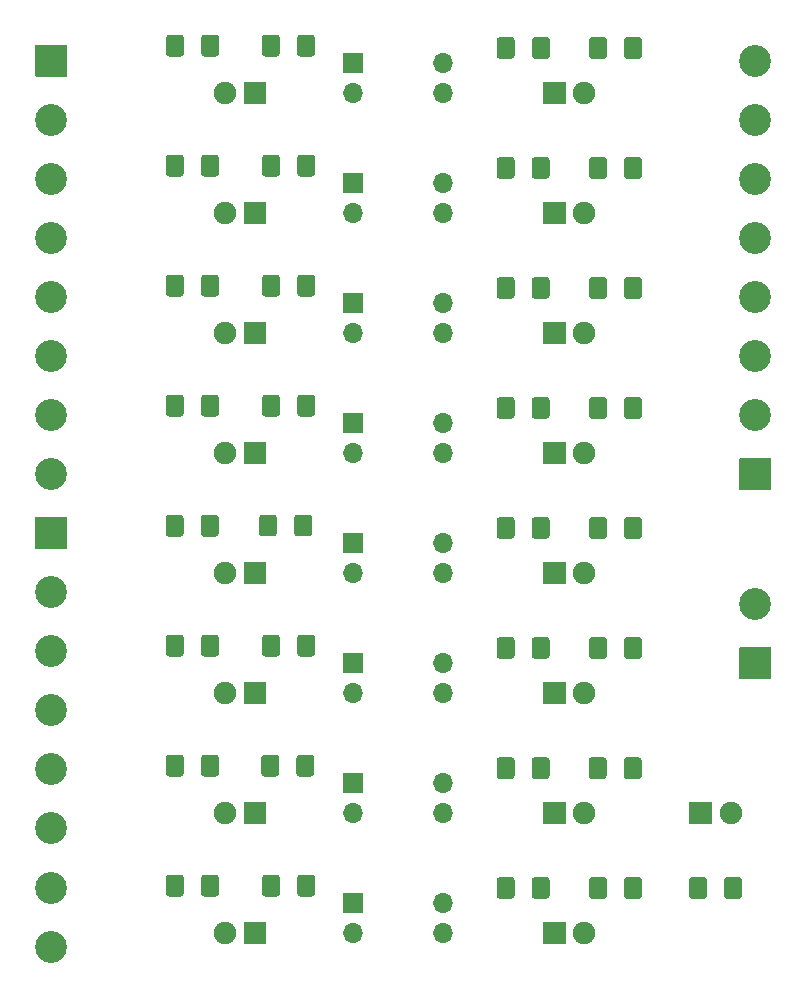
<source format=gbr>
%TF.GenerationSoftware,KiCad,Pcbnew,(5.1.7)-1*%
%TF.CreationDate,2020-10-26T19:11:08+02:00*%
%TF.ProjectId,Opto-Board,4f70746f-2d42-46f6-9172-642e6b696361,rev?*%
%TF.SameCoordinates,Original*%
%TF.FileFunction,Soldermask,Top*%
%TF.FilePolarity,Negative*%
%FSLAX46Y46*%
G04 Gerber Fmt 4.6, Leading zero omitted, Abs format (unit mm)*
G04 Created by KiCad (PCBNEW (5.1.7)-1) date 2020-10-26 19:11:08*
%MOMM*%
%LPD*%
G01*
G04 APERTURE LIST*
%ADD10C,1.900000*%
%ADD11O,1.700000X1.700000*%
%ADD12C,2.700000*%
G04 APERTURE END LIST*
D10*
%TO.C,D1*%
X115316000Y-138684000D03*
G36*
G01*
X111826000Y-139584000D02*
X111826000Y-137784000D01*
G75*
G02*
X111876000Y-137734000I50000J0D01*
G01*
X113676000Y-137734000D01*
G75*
G02*
X113726000Y-137784000I0J-50000D01*
G01*
X113726000Y-139584000D01*
G75*
G02*
X113676000Y-139634000I-50000J0D01*
G01*
X111876000Y-139634000D01*
G75*
G02*
X111826000Y-139584000I0J50000D01*
G01*
G37*
%TD*%
%TO.C,D2*%
G36*
G01*
X76007000Y-147944000D02*
X76007000Y-149744000D01*
G75*
G02*
X75957000Y-149794000I-50000J0D01*
G01*
X74157000Y-149794000D01*
G75*
G02*
X74107000Y-149744000I0J50000D01*
G01*
X74107000Y-147944000D01*
G75*
G02*
X74157000Y-147894000I50000J0D01*
G01*
X75957000Y-147894000D01*
G75*
G02*
X76007000Y-147944000I0J-50000D01*
G01*
G37*
X72517000Y-148844000D03*
%TD*%
%TO.C,D3*%
X72517000Y-108204000D03*
G36*
G01*
X76007000Y-107304000D02*
X76007000Y-109104000D01*
G75*
G02*
X75957000Y-109154000I-50000J0D01*
G01*
X74157000Y-109154000D01*
G75*
G02*
X74107000Y-109104000I0J50000D01*
G01*
X74107000Y-107304000D01*
G75*
G02*
X74157000Y-107254000I50000J0D01*
G01*
X75957000Y-107254000D01*
G75*
G02*
X76007000Y-107304000I0J-50000D01*
G01*
G37*
%TD*%
%TO.C,D4*%
G36*
G01*
X99443500Y-149744000D02*
X99443500Y-147944000D01*
G75*
G02*
X99493500Y-147894000I50000J0D01*
G01*
X101293500Y-147894000D01*
G75*
G02*
X101343500Y-147944000I0J-50000D01*
G01*
X101343500Y-149744000D01*
G75*
G02*
X101293500Y-149794000I-50000J0D01*
G01*
X99493500Y-149794000D01*
G75*
G02*
X99443500Y-149744000I0J50000D01*
G01*
G37*
X102933500Y-148844000D03*
%TD*%
%TO.C,D5*%
G36*
G01*
X99443500Y-109104000D02*
X99443500Y-107304000D01*
G75*
G02*
X99493500Y-107254000I50000J0D01*
G01*
X101293500Y-107254000D01*
G75*
G02*
X101343500Y-107304000I0J-50000D01*
G01*
X101343500Y-109104000D01*
G75*
G02*
X101293500Y-109154000I-50000J0D01*
G01*
X99493500Y-109154000D01*
G75*
G02*
X99443500Y-109104000I0J50000D01*
G01*
G37*
X102933500Y-108204000D03*
%TD*%
%TO.C,D6*%
X72517000Y-138684000D03*
G36*
G01*
X76007000Y-137784000D02*
X76007000Y-139584000D01*
G75*
G02*
X75957000Y-139634000I-50000J0D01*
G01*
X74157000Y-139634000D01*
G75*
G02*
X74107000Y-139584000I0J50000D01*
G01*
X74107000Y-137784000D01*
G75*
G02*
X74157000Y-137734000I50000J0D01*
G01*
X75957000Y-137734000D01*
G75*
G02*
X76007000Y-137784000I0J-50000D01*
G01*
G37*
%TD*%
%TO.C,D7*%
G36*
G01*
X76007000Y-97144000D02*
X76007000Y-98944000D01*
G75*
G02*
X75957000Y-98994000I-50000J0D01*
G01*
X74157000Y-98994000D01*
G75*
G02*
X74107000Y-98944000I0J50000D01*
G01*
X74107000Y-97144000D01*
G75*
G02*
X74157000Y-97094000I50000J0D01*
G01*
X75957000Y-97094000D01*
G75*
G02*
X76007000Y-97144000I0J-50000D01*
G01*
G37*
X72517000Y-98044000D03*
%TD*%
%TO.C,D8*%
X102933500Y-138684000D03*
G36*
G01*
X99443500Y-139584000D02*
X99443500Y-137784000D01*
G75*
G02*
X99493500Y-137734000I50000J0D01*
G01*
X101293500Y-137734000D01*
G75*
G02*
X101343500Y-137784000I0J-50000D01*
G01*
X101343500Y-139584000D01*
G75*
G02*
X101293500Y-139634000I-50000J0D01*
G01*
X99493500Y-139634000D01*
G75*
G02*
X99443500Y-139584000I0J50000D01*
G01*
G37*
%TD*%
%TO.C,D9*%
G36*
G01*
X99443500Y-98944000D02*
X99443500Y-97144000D01*
G75*
G02*
X99493500Y-97094000I50000J0D01*
G01*
X101293500Y-97094000D01*
G75*
G02*
X101343500Y-97144000I0J-50000D01*
G01*
X101343500Y-98944000D01*
G75*
G02*
X101293500Y-98994000I-50000J0D01*
G01*
X99493500Y-98994000D01*
G75*
G02*
X99443500Y-98944000I0J50000D01*
G01*
G37*
X102933500Y-98044000D03*
%TD*%
%TO.C,D10*%
G36*
G01*
X76007000Y-127624000D02*
X76007000Y-129424000D01*
G75*
G02*
X75957000Y-129474000I-50000J0D01*
G01*
X74157000Y-129474000D01*
G75*
G02*
X74107000Y-129424000I0J50000D01*
G01*
X74107000Y-127624000D01*
G75*
G02*
X74157000Y-127574000I50000J0D01*
G01*
X75957000Y-127574000D01*
G75*
G02*
X76007000Y-127624000I0J-50000D01*
G01*
G37*
X72517000Y-128524000D03*
%TD*%
%TO.C,D11*%
G36*
G01*
X76007000Y-86984000D02*
X76007000Y-88784000D01*
G75*
G02*
X75957000Y-88834000I-50000J0D01*
G01*
X74157000Y-88834000D01*
G75*
G02*
X74107000Y-88784000I0J50000D01*
G01*
X74107000Y-86984000D01*
G75*
G02*
X74157000Y-86934000I50000J0D01*
G01*
X75957000Y-86934000D01*
G75*
G02*
X76007000Y-86984000I0J-50000D01*
G01*
G37*
X72517000Y-87884000D03*
%TD*%
%TO.C,D12*%
X102933500Y-128524000D03*
G36*
G01*
X99443500Y-129424000D02*
X99443500Y-127624000D01*
G75*
G02*
X99493500Y-127574000I50000J0D01*
G01*
X101293500Y-127574000D01*
G75*
G02*
X101343500Y-127624000I0J-50000D01*
G01*
X101343500Y-129424000D01*
G75*
G02*
X101293500Y-129474000I-50000J0D01*
G01*
X99493500Y-129474000D01*
G75*
G02*
X99443500Y-129424000I0J50000D01*
G01*
G37*
%TD*%
%TO.C,D13*%
G36*
G01*
X99443500Y-88784000D02*
X99443500Y-86984000D01*
G75*
G02*
X99493500Y-86934000I50000J0D01*
G01*
X101293500Y-86934000D01*
G75*
G02*
X101343500Y-86984000I0J-50000D01*
G01*
X101343500Y-88784000D01*
G75*
G02*
X101293500Y-88834000I-50000J0D01*
G01*
X99493500Y-88834000D01*
G75*
G02*
X99443500Y-88784000I0J50000D01*
G01*
G37*
X102933500Y-87884000D03*
%TD*%
%TO.C,D14*%
G36*
G01*
X76007000Y-117464000D02*
X76007000Y-119264000D01*
G75*
G02*
X75957000Y-119314000I-50000J0D01*
G01*
X74157000Y-119314000D01*
G75*
G02*
X74107000Y-119264000I0J50000D01*
G01*
X74107000Y-117464000D01*
G75*
G02*
X74157000Y-117414000I50000J0D01*
G01*
X75957000Y-117414000D01*
G75*
G02*
X76007000Y-117464000I0J-50000D01*
G01*
G37*
X72517000Y-118364000D03*
%TD*%
%TO.C,D15*%
X72517000Y-77724000D03*
G36*
G01*
X76007000Y-76824000D02*
X76007000Y-78624000D01*
G75*
G02*
X75957000Y-78674000I-50000J0D01*
G01*
X74157000Y-78674000D01*
G75*
G02*
X74107000Y-78624000I0J50000D01*
G01*
X74107000Y-76824000D01*
G75*
G02*
X74157000Y-76774000I50000J0D01*
G01*
X75957000Y-76774000D01*
G75*
G02*
X76007000Y-76824000I0J-50000D01*
G01*
G37*
%TD*%
%TO.C,D16*%
X102933500Y-118364000D03*
G36*
G01*
X99443500Y-119264000D02*
X99443500Y-117464000D01*
G75*
G02*
X99493500Y-117414000I50000J0D01*
G01*
X101293500Y-117414000D01*
G75*
G02*
X101343500Y-117464000I0J-50000D01*
G01*
X101343500Y-119264000D01*
G75*
G02*
X101293500Y-119314000I-50000J0D01*
G01*
X99493500Y-119314000D01*
G75*
G02*
X99443500Y-119264000I0J50000D01*
G01*
G37*
%TD*%
%TO.C,D17*%
X102933500Y-77724000D03*
G36*
G01*
X99443500Y-78624000D02*
X99443500Y-76824000D01*
G75*
G02*
X99493500Y-76774000I50000J0D01*
G01*
X101293500Y-76774000D01*
G75*
G02*
X101343500Y-76824000I0J-50000D01*
G01*
X101343500Y-78624000D01*
G75*
G02*
X101293500Y-78674000I-50000J0D01*
G01*
X99493500Y-78674000D01*
G75*
G02*
X99443500Y-78624000I0J50000D01*
G01*
G37*
%TD*%
%TO.C,R1*%
G36*
G01*
X116284900Y-144376543D02*
X116284900Y-145691457D01*
G75*
G02*
X116017357Y-145959000I-267543J0D01*
G01*
X115027443Y-145959000D01*
G75*
G02*
X114759900Y-145691457I0J267543D01*
G01*
X114759900Y-144376543D01*
G75*
G02*
X115027443Y-144109000I267543J0D01*
G01*
X116017357Y-144109000D01*
G75*
G02*
X116284900Y-144376543I0J-267543D01*
G01*
G37*
G36*
G01*
X113309900Y-144376543D02*
X113309900Y-145691457D01*
G75*
G02*
X113042357Y-145959000I-267543J0D01*
G01*
X112052443Y-145959000D01*
G75*
G02*
X111784900Y-145691457I0J267543D01*
G01*
X111784900Y-144376543D01*
G75*
G02*
X112052443Y-144109000I267543J0D01*
G01*
X113042357Y-144109000D01*
G75*
G02*
X113309900Y-144376543I0J-267543D01*
G01*
G37*
%TD*%
%TO.C,R2*%
G36*
G01*
X70475000Y-145500957D02*
X70475000Y-144186043D01*
G75*
G02*
X70742543Y-143918500I267543J0D01*
G01*
X71732457Y-143918500D01*
G75*
G02*
X72000000Y-144186043I0J-267543D01*
G01*
X72000000Y-145500957D01*
G75*
G02*
X71732457Y-145768500I-267543J0D01*
G01*
X70742543Y-145768500D01*
G75*
G02*
X70475000Y-145500957I0J267543D01*
G01*
G37*
G36*
G01*
X67500000Y-145500957D02*
X67500000Y-144186043D01*
G75*
G02*
X67767543Y-143918500I267543J0D01*
G01*
X68757457Y-143918500D01*
G75*
G02*
X69025000Y-144186043I0J-267543D01*
G01*
X69025000Y-145500957D01*
G75*
G02*
X68757457Y-145768500I-267543J0D01*
G01*
X67767543Y-145768500D01*
G75*
G02*
X67500000Y-145500957I0J267543D01*
G01*
G37*
%TD*%
%TO.C,R3*%
G36*
G01*
X70475000Y-104860957D02*
X70475000Y-103546043D01*
G75*
G02*
X70742543Y-103278500I267543J0D01*
G01*
X71732457Y-103278500D01*
G75*
G02*
X72000000Y-103546043I0J-267543D01*
G01*
X72000000Y-104860957D01*
G75*
G02*
X71732457Y-105128500I-267543J0D01*
G01*
X70742543Y-105128500D01*
G75*
G02*
X70475000Y-104860957I0J267543D01*
G01*
G37*
G36*
G01*
X67500000Y-104860957D02*
X67500000Y-103546043D01*
G75*
G02*
X67767543Y-103278500I267543J0D01*
G01*
X68757457Y-103278500D01*
G75*
G02*
X69025000Y-103546043I0J-267543D01*
G01*
X69025000Y-104860957D01*
G75*
G02*
X68757457Y-105128500I-267543J0D01*
G01*
X67767543Y-105128500D01*
G75*
G02*
X67500000Y-104860957I0J267543D01*
G01*
G37*
%TD*%
%TO.C,R4*%
G36*
G01*
X77162500Y-144186043D02*
X77162500Y-145500957D01*
G75*
G02*
X76894957Y-145768500I-267543J0D01*
G01*
X75905043Y-145768500D01*
G75*
G02*
X75637500Y-145500957I0J267543D01*
G01*
X75637500Y-144186043D01*
G75*
G02*
X75905043Y-143918500I267543J0D01*
G01*
X76894957Y-143918500D01*
G75*
G02*
X77162500Y-144186043I0J-267543D01*
G01*
G37*
G36*
G01*
X80137500Y-144186043D02*
X80137500Y-145500957D01*
G75*
G02*
X79869957Y-145768500I-267543J0D01*
G01*
X78880043Y-145768500D01*
G75*
G02*
X78612500Y-145500957I0J267543D01*
G01*
X78612500Y-144186043D01*
G75*
G02*
X78880043Y-143918500I267543J0D01*
G01*
X79869957Y-143918500D01*
G75*
G02*
X80137500Y-144186043I0J-267543D01*
G01*
G37*
%TD*%
%TO.C,R5*%
G36*
G01*
X80137500Y-103546043D02*
X80137500Y-104860957D01*
G75*
G02*
X79869957Y-105128500I-267543J0D01*
G01*
X78880043Y-105128500D01*
G75*
G02*
X78612500Y-104860957I0J267543D01*
G01*
X78612500Y-103546043D01*
G75*
G02*
X78880043Y-103278500I267543J0D01*
G01*
X79869957Y-103278500D01*
G75*
G02*
X80137500Y-103546043I0J-267543D01*
G01*
G37*
G36*
G01*
X77162500Y-103546043D02*
X77162500Y-104860957D01*
G75*
G02*
X76894957Y-105128500I-267543J0D01*
G01*
X75905043Y-105128500D01*
G75*
G02*
X75637500Y-104860957I0J267543D01*
G01*
X75637500Y-103546043D01*
G75*
G02*
X75905043Y-103278500I267543J0D01*
G01*
X76894957Y-103278500D01*
G75*
G02*
X77162500Y-103546043I0J-267543D01*
G01*
G37*
%TD*%
%TO.C,R6*%
G36*
G01*
X97028500Y-144376543D02*
X97028500Y-145691457D01*
G75*
G02*
X96760957Y-145959000I-267543J0D01*
G01*
X95771043Y-145959000D01*
G75*
G02*
X95503500Y-145691457I0J267543D01*
G01*
X95503500Y-144376543D01*
G75*
G02*
X95771043Y-144109000I267543J0D01*
G01*
X96760957Y-144109000D01*
G75*
G02*
X97028500Y-144376543I0J-267543D01*
G01*
G37*
G36*
G01*
X100003500Y-144376543D02*
X100003500Y-145691457D01*
G75*
G02*
X99735957Y-145959000I-267543J0D01*
G01*
X98746043Y-145959000D01*
G75*
G02*
X98478500Y-145691457I0J267543D01*
G01*
X98478500Y-144376543D01*
G75*
G02*
X98746043Y-144109000I267543J0D01*
G01*
X99735957Y-144109000D01*
G75*
G02*
X100003500Y-144376543I0J-267543D01*
G01*
G37*
%TD*%
%TO.C,R7*%
G36*
G01*
X100003500Y-103736543D02*
X100003500Y-105051457D01*
G75*
G02*
X99735957Y-105319000I-267543J0D01*
G01*
X98746043Y-105319000D01*
G75*
G02*
X98478500Y-105051457I0J267543D01*
G01*
X98478500Y-103736543D01*
G75*
G02*
X98746043Y-103469000I267543J0D01*
G01*
X99735957Y-103469000D01*
G75*
G02*
X100003500Y-103736543I0J-267543D01*
G01*
G37*
G36*
G01*
X97028500Y-103736543D02*
X97028500Y-105051457D01*
G75*
G02*
X96760957Y-105319000I-267543J0D01*
G01*
X95771043Y-105319000D01*
G75*
G02*
X95503500Y-105051457I0J267543D01*
G01*
X95503500Y-103736543D01*
G75*
G02*
X95771043Y-103469000I267543J0D01*
G01*
X96760957Y-103469000D01*
G75*
G02*
X97028500Y-103736543I0J-267543D01*
G01*
G37*
%TD*%
%TO.C,R8*%
G36*
G01*
X106298500Y-145691457D02*
X106298500Y-144376543D01*
G75*
G02*
X106566043Y-144109000I267543J0D01*
G01*
X107555957Y-144109000D01*
G75*
G02*
X107823500Y-144376543I0J-267543D01*
G01*
X107823500Y-145691457D01*
G75*
G02*
X107555957Y-145959000I-267543J0D01*
G01*
X106566043Y-145959000D01*
G75*
G02*
X106298500Y-145691457I0J267543D01*
G01*
G37*
G36*
G01*
X103323500Y-145691457D02*
X103323500Y-144376543D01*
G75*
G02*
X103591043Y-144109000I267543J0D01*
G01*
X104580957Y-144109000D01*
G75*
G02*
X104848500Y-144376543I0J-267543D01*
G01*
X104848500Y-145691457D01*
G75*
G02*
X104580957Y-145959000I-267543J0D01*
G01*
X103591043Y-145959000D01*
G75*
G02*
X103323500Y-145691457I0J267543D01*
G01*
G37*
%TD*%
%TO.C,R9*%
G36*
G01*
X106298500Y-105051457D02*
X106298500Y-103736543D01*
G75*
G02*
X106566043Y-103469000I267543J0D01*
G01*
X107555957Y-103469000D01*
G75*
G02*
X107823500Y-103736543I0J-267543D01*
G01*
X107823500Y-105051457D01*
G75*
G02*
X107555957Y-105319000I-267543J0D01*
G01*
X106566043Y-105319000D01*
G75*
G02*
X106298500Y-105051457I0J267543D01*
G01*
G37*
G36*
G01*
X103323500Y-105051457D02*
X103323500Y-103736543D01*
G75*
G02*
X103591043Y-103469000I267543J0D01*
G01*
X104580957Y-103469000D01*
G75*
G02*
X104848500Y-103736543I0J-267543D01*
G01*
X104848500Y-105051457D01*
G75*
G02*
X104580957Y-105319000I-267543J0D01*
G01*
X103591043Y-105319000D01*
G75*
G02*
X103323500Y-105051457I0J267543D01*
G01*
G37*
%TD*%
%TO.C,R10*%
G36*
G01*
X67500000Y-135340957D02*
X67500000Y-134026043D01*
G75*
G02*
X67767543Y-133758500I267543J0D01*
G01*
X68757457Y-133758500D01*
G75*
G02*
X69025000Y-134026043I0J-267543D01*
G01*
X69025000Y-135340957D01*
G75*
G02*
X68757457Y-135608500I-267543J0D01*
G01*
X67767543Y-135608500D01*
G75*
G02*
X67500000Y-135340957I0J267543D01*
G01*
G37*
G36*
G01*
X70475000Y-135340957D02*
X70475000Y-134026043D01*
G75*
G02*
X70742543Y-133758500I267543J0D01*
G01*
X71732457Y-133758500D01*
G75*
G02*
X72000000Y-134026043I0J-267543D01*
G01*
X72000000Y-135340957D01*
G75*
G02*
X71732457Y-135608500I-267543J0D01*
G01*
X70742543Y-135608500D01*
G75*
G02*
X70475000Y-135340957I0J267543D01*
G01*
G37*
%TD*%
%TO.C,R11*%
G36*
G01*
X70475000Y-94700957D02*
X70475000Y-93386043D01*
G75*
G02*
X70742543Y-93118500I267543J0D01*
G01*
X71732457Y-93118500D01*
G75*
G02*
X72000000Y-93386043I0J-267543D01*
G01*
X72000000Y-94700957D01*
G75*
G02*
X71732457Y-94968500I-267543J0D01*
G01*
X70742543Y-94968500D01*
G75*
G02*
X70475000Y-94700957I0J267543D01*
G01*
G37*
G36*
G01*
X67500000Y-94700957D02*
X67500000Y-93386043D01*
G75*
G02*
X67767543Y-93118500I267543J0D01*
G01*
X68757457Y-93118500D01*
G75*
G02*
X69025000Y-93386043I0J-267543D01*
G01*
X69025000Y-94700957D01*
G75*
G02*
X68757457Y-94968500I-267543J0D01*
G01*
X67767543Y-94968500D01*
G75*
G02*
X67500000Y-94700957I0J267543D01*
G01*
G37*
%TD*%
%TO.C,R12*%
G36*
G01*
X77099000Y-134026043D02*
X77099000Y-135340957D01*
G75*
G02*
X76831457Y-135608500I-267543J0D01*
G01*
X75841543Y-135608500D01*
G75*
G02*
X75574000Y-135340957I0J267543D01*
G01*
X75574000Y-134026043D01*
G75*
G02*
X75841543Y-133758500I267543J0D01*
G01*
X76831457Y-133758500D01*
G75*
G02*
X77099000Y-134026043I0J-267543D01*
G01*
G37*
G36*
G01*
X80074000Y-134026043D02*
X80074000Y-135340957D01*
G75*
G02*
X79806457Y-135608500I-267543J0D01*
G01*
X78816543Y-135608500D01*
G75*
G02*
X78549000Y-135340957I0J267543D01*
G01*
X78549000Y-134026043D01*
G75*
G02*
X78816543Y-133758500I267543J0D01*
G01*
X79806457Y-133758500D01*
G75*
G02*
X80074000Y-134026043I0J-267543D01*
G01*
G37*
%TD*%
%TO.C,R13*%
G36*
G01*
X80137500Y-93386043D02*
X80137500Y-94700957D01*
G75*
G02*
X79869957Y-94968500I-267543J0D01*
G01*
X78880043Y-94968500D01*
G75*
G02*
X78612500Y-94700957I0J267543D01*
G01*
X78612500Y-93386043D01*
G75*
G02*
X78880043Y-93118500I267543J0D01*
G01*
X79869957Y-93118500D01*
G75*
G02*
X80137500Y-93386043I0J-267543D01*
G01*
G37*
G36*
G01*
X77162500Y-93386043D02*
X77162500Y-94700957D01*
G75*
G02*
X76894957Y-94968500I-267543J0D01*
G01*
X75905043Y-94968500D01*
G75*
G02*
X75637500Y-94700957I0J267543D01*
G01*
X75637500Y-93386043D01*
G75*
G02*
X75905043Y-93118500I267543J0D01*
G01*
X76894957Y-93118500D01*
G75*
G02*
X77162500Y-93386043I0J-267543D01*
G01*
G37*
%TD*%
%TO.C,R14*%
G36*
G01*
X100000300Y-134241943D02*
X100000300Y-135556857D01*
G75*
G02*
X99732757Y-135824400I-267543J0D01*
G01*
X98742843Y-135824400D01*
G75*
G02*
X98475300Y-135556857I0J267543D01*
G01*
X98475300Y-134241943D01*
G75*
G02*
X98742843Y-133974400I267543J0D01*
G01*
X99732757Y-133974400D01*
G75*
G02*
X100000300Y-134241943I0J-267543D01*
G01*
G37*
G36*
G01*
X97025300Y-134241943D02*
X97025300Y-135556857D01*
G75*
G02*
X96757757Y-135824400I-267543J0D01*
G01*
X95767843Y-135824400D01*
G75*
G02*
X95500300Y-135556857I0J267543D01*
G01*
X95500300Y-134241943D01*
G75*
G02*
X95767843Y-133974400I267543J0D01*
G01*
X96757757Y-133974400D01*
G75*
G02*
X97025300Y-134241943I0J-267543D01*
G01*
G37*
%TD*%
%TO.C,R15*%
G36*
G01*
X100003500Y-93576543D02*
X100003500Y-94891457D01*
G75*
G02*
X99735957Y-95159000I-267543J0D01*
G01*
X98746043Y-95159000D01*
G75*
G02*
X98478500Y-94891457I0J267543D01*
G01*
X98478500Y-93576543D01*
G75*
G02*
X98746043Y-93309000I267543J0D01*
G01*
X99735957Y-93309000D01*
G75*
G02*
X100003500Y-93576543I0J-267543D01*
G01*
G37*
G36*
G01*
X97028500Y-93576543D02*
X97028500Y-94891457D01*
G75*
G02*
X96760957Y-95159000I-267543J0D01*
G01*
X95771043Y-95159000D01*
G75*
G02*
X95503500Y-94891457I0J267543D01*
G01*
X95503500Y-93576543D01*
G75*
G02*
X95771043Y-93309000I267543J0D01*
G01*
X96760957Y-93309000D01*
G75*
G02*
X97028500Y-93576543I0J-267543D01*
G01*
G37*
%TD*%
%TO.C,R16*%
G36*
G01*
X106276300Y-135556857D02*
X106276300Y-134241943D01*
G75*
G02*
X106543843Y-133974400I267543J0D01*
G01*
X107533757Y-133974400D01*
G75*
G02*
X107801300Y-134241943I0J-267543D01*
G01*
X107801300Y-135556857D01*
G75*
G02*
X107533757Y-135824400I-267543J0D01*
G01*
X106543843Y-135824400D01*
G75*
G02*
X106276300Y-135556857I0J267543D01*
G01*
G37*
G36*
G01*
X103301300Y-135556857D02*
X103301300Y-134241943D01*
G75*
G02*
X103568843Y-133974400I267543J0D01*
G01*
X104558757Y-133974400D01*
G75*
G02*
X104826300Y-134241943I0J-267543D01*
G01*
X104826300Y-135556857D01*
G75*
G02*
X104558757Y-135824400I-267543J0D01*
G01*
X103568843Y-135824400D01*
G75*
G02*
X103301300Y-135556857I0J267543D01*
G01*
G37*
%TD*%
%TO.C,R17*%
G36*
G01*
X103323500Y-94891457D02*
X103323500Y-93576543D01*
G75*
G02*
X103591043Y-93309000I267543J0D01*
G01*
X104580957Y-93309000D01*
G75*
G02*
X104848500Y-93576543I0J-267543D01*
G01*
X104848500Y-94891457D01*
G75*
G02*
X104580957Y-95159000I-267543J0D01*
G01*
X103591043Y-95159000D01*
G75*
G02*
X103323500Y-94891457I0J267543D01*
G01*
G37*
G36*
G01*
X106298500Y-94891457D02*
X106298500Y-93576543D01*
G75*
G02*
X106566043Y-93309000I267543J0D01*
G01*
X107555957Y-93309000D01*
G75*
G02*
X107823500Y-93576543I0J-267543D01*
G01*
X107823500Y-94891457D01*
G75*
G02*
X107555957Y-95159000I-267543J0D01*
G01*
X106566043Y-95159000D01*
G75*
G02*
X106298500Y-94891457I0J267543D01*
G01*
G37*
%TD*%
%TO.C,R18*%
G36*
G01*
X67500000Y-125180957D02*
X67500000Y-123866043D01*
G75*
G02*
X67767543Y-123598500I267543J0D01*
G01*
X68757457Y-123598500D01*
G75*
G02*
X69025000Y-123866043I0J-267543D01*
G01*
X69025000Y-125180957D01*
G75*
G02*
X68757457Y-125448500I-267543J0D01*
G01*
X67767543Y-125448500D01*
G75*
G02*
X67500000Y-125180957I0J267543D01*
G01*
G37*
G36*
G01*
X70475000Y-125180957D02*
X70475000Y-123866043D01*
G75*
G02*
X70742543Y-123598500I267543J0D01*
G01*
X71732457Y-123598500D01*
G75*
G02*
X72000000Y-123866043I0J-267543D01*
G01*
X72000000Y-125180957D01*
G75*
G02*
X71732457Y-125448500I-267543J0D01*
G01*
X70742543Y-125448500D01*
G75*
G02*
X70475000Y-125180957I0J267543D01*
G01*
G37*
%TD*%
%TO.C,R19*%
G36*
G01*
X70475000Y-84540957D02*
X70475000Y-83226043D01*
G75*
G02*
X70742543Y-82958500I267543J0D01*
G01*
X71732457Y-82958500D01*
G75*
G02*
X72000000Y-83226043I0J-267543D01*
G01*
X72000000Y-84540957D01*
G75*
G02*
X71732457Y-84808500I-267543J0D01*
G01*
X70742543Y-84808500D01*
G75*
G02*
X70475000Y-84540957I0J267543D01*
G01*
G37*
G36*
G01*
X67500000Y-84540957D02*
X67500000Y-83226043D01*
G75*
G02*
X67767543Y-82958500I267543J0D01*
G01*
X68757457Y-82958500D01*
G75*
G02*
X69025000Y-83226043I0J-267543D01*
G01*
X69025000Y-84540957D01*
G75*
G02*
X68757457Y-84808500I-267543J0D01*
G01*
X67767543Y-84808500D01*
G75*
G02*
X67500000Y-84540957I0J267543D01*
G01*
G37*
%TD*%
%TO.C,R20*%
G36*
G01*
X80137500Y-123866043D02*
X80137500Y-125180957D01*
G75*
G02*
X79869957Y-125448500I-267543J0D01*
G01*
X78880043Y-125448500D01*
G75*
G02*
X78612500Y-125180957I0J267543D01*
G01*
X78612500Y-123866043D01*
G75*
G02*
X78880043Y-123598500I267543J0D01*
G01*
X79869957Y-123598500D01*
G75*
G02*
X80137500Y-123866043I0J-267543D01*
G01*
G37*
G36*
G01*
X77162500Y-123866043D02*
X77162500Y-125180957D01*
G75*
G02*
X76894957Y-125448500I-267543J0D01*
G01*
X75905043Y-125448500D01*
G75*
G02*
X75637500Y-125180957I0J267543D01*
G01*
X75637500Y-123866043D01*
G75*
G02*
X75905043Y-123598500I267543J0D01*
G01*
X76894957Y-123598500D01*
G75*
G02*
X77162500Y-123866043I0J-267543D01*
G01*
G37*
%TD*%
%TO.C,R21*%
G36*
G01*
X80137500Y-83226043D02*
X80137500Y-84540957D01*
G75*
G02*
X79869957Y-84808500I-267543J0D01*
G01*
X78880043Y-84808500D01*
G75*
G02*
X78612500Y-84540957I0J267543D01*
G01*
X78612500Y-83226043D01*
G75*
G02*
X78880043Y-82958500I267543J0D01*
G01*
X79869957Y-82958500D01*
G75*
G02*
X80137500Y-83226043I0J-267543D01*
G01*
G37*
G36*
G01*
X77162500Y-83226043D02*
X77162500Y-84540957D01*
G75*
G02*
X76894957Y-84808500I-267543J0D01*
G01*
X75905043Y-84808500D01*
G75*
G02*
X75637500Y-84540957I0J267543D01*
G01*
X75637500Y-83226043D01*
G75*
G02*
X75905043Y-82958500I267543J0D01*
G01*
X76894957Y-82958500D01*
G75*
G02*
X77162500Y-83226043I0J-267543D01*
G01*
G37*
%TD*%
%TO.C,R22*%
G36*
G01*
X100003500Y-124056543D02*
X100003500Y-125371457D01*
G75*
G02*
X99735957Y-125639000I-267543J0D01*
G01*
X98746043Y-125639000D01*
G75*
G02*
X98478500Y-125371457I0J267543D01*
G01*
X98478500Y-124056543D01*
G75*
G02*
X98746043Y-123789000I267543J0D01*
G01*
X99735957Y-123789000D01*
G75*
G02*
X100003500Y-124056543I0J-267543D01*
G01*
G37*
G36*
G01*
X97028500Y-124056543D02*
X97028500Y-125371457D01*
G75*
G02*
X96760957Y-125639000I-267543J0D01*
G01*
X95771043Y-125639000D01*
G75*
G02*
X95503500Y-125371457I0J267543D01*
G01*
X95503500Y-124056543D01*
G75*
G02*
X95771043Y-123789000I267543J0D01*
G01*
X96760957Y-123789000D01*
G75*
G02*
X97028500Y-124056543I0J-267543D01*
G01*
G37*
%TD*%
%TO.C,R23*%
G36*
G01*
X100003500Y-83416543D02*
X100003500Y-84731457D01*
G75*
G02*
X99735957Y-84999000I-267543J0D01*
G01*
X98746043Y-84999000D01*
G75*
G02*
X98478500Y-84731457I0J267543D01*
G01*
X98478500Y-83416543D01*
G75*
G02*
X98746043Y-83149000I267543J0D01*
G01*
X99735957Y-83149000D01*
G75*
G02*
X100003500Y-83416543I0J-267543D01*
G01*
G37*
G36*
G01*
X97028500Y-83416543D02*
X97028500Y-84731457D01*
G75*
G02*
X96760957Y-84999000I-267543J0D01*
G01*
X95771043Y-84999000D01*
G75*
G02*
X95503500Y-84731457I0J267543D01*
G01*
X95503500Y-83416543D01*
G75*
G02*
X95771043Y-83149000I267543J0D01*
G01*
X96760957Y-83149000D01*
G75*
G02*
X97028500Y-83416543I0J-267543D01*
G01*
G37*
%TD*%
%TO.C,R24*%
G36*
G01*
X106298500Y-125371457D02*
X106298500Y-124056543D01*
G75*
G02*
X106566043Y-123789000I267543J0D01*
G01*
X107555957Y-123789000D01*
G75*
G02*
X107823500Y-124056543I0J-267543D01*
G01*
X107823500Y-125371457D01*
G75*
G02*
X107555957Y-125639000I-267543J0D01*
G01*
X106566043Y-125639000D01*
G75*
G02*
X106298500Y-125371457I0J267543D01*
G01*
G37*
G36*
G01*
X103323500Y-125371457D02*
X103323500Y-124056543D01*
G75*
G02*
X103591043Y-123789000I267543J0D01*
G01*
X104580957Y-123789000D01*
G75*
G02*
X104848500Y-124056543I0J-267543D01*
G01*
X104848500Y-125371457D01*
G75*
G02*
X104580957Y-125639000I-267543J0D01*
G01*
X103591043Y-125639000D01*
G75*
G02*
X103323500Y-125371457I0J267543D01*
G01*
G37*
%TD*%
%TO.C,R25*%
G36*
G01*
X106298500Y-84731457D02*
X106298500Y-83416543D01*
G75*
G02*
X106566043Y-83149000I267543J0D01*
G01*
X107555957Y-83149000D01*
G75*
G02*
X107823500Y-83416543I0J-267543D01*
G01*
X107823500Y-84731457D01*
G75*
G02*
X107555957Y-84999000I-267543J0D01*
G01*
X106566043Y-84999000D01*
G75*
G02*
X106298500Y-84731457I0J267543D01*
G01*
G37*
G36*
G01*
X103323500Y-84731457D02*
X103323500Y-83416543D01*
G75*
G02*
X103591043Y-83149000I267543J0D01*
G01*
X104580957Y-83149000D01*
G75*
G02*
X104848500Y-83416543I0J-267543D01*
G01*
X104848500Y-84731457D01*
G75*
G02*
X104580957Y-84999000I-267543J0D01*
G01*
X103591043Y-84999000D01*
G75*
G02*
X103323500Y-84731457I0J267543D01*
G01*
G37*
%TD*%
%TO.C,R26*%
G36*
G01*
X70459100Y-115033657D02*
X70459100Y-113718743D01*
G75*
G02*
X70726643Y-113451200I267543J0D01*
G01*
X71716557Y-113451200D01*
G75*
G02*
X71984100Y-113718743I0J-267543D01*
G01*
X71984100Y-115033657D01*
G75*
G02*
X71716557Y-115301200I-267543J0D01*
G01*
X70726643Y-115301200D01*
G75*
G02*
X70459100Y-115033657I0J267543D01*
G01*
G37*
G36*
G01*
X67484100Y-115033657D02*
X67484100Y-113718743D01*
G75*
G02*
X67751643Y-113451200I267543J0D01*
G01*
X68741557Y-113451200D01*
G75*
G02*
X69009100Y-113718743I0J-267543D01*
G01*
X69009100Y-115033657D01*
G75*
G02*
X68741557Y-115301200I-267543J0D01*
G01*
X67751643Y-115301200D01*
G75*
G02*
X67484100Y-115033657I0J267543D01*
G01*
G37*
%TD*%
%TO.C,R27*%
G36*
G01*
X70484500Y-74380957D02*
X70484500Y-73066043D01*
G75*
G02*
X70752043Y-72798500I267543J0D01*
G01*
X71741957Y-72798500D01*
G75*
G02*
X72009500Y-73066043I0J-267543D01*
G01*
X72009500Y-74380957D01*
G75*
G02*
X71741957Y-74648500I-267543J0D01*
G01*
X70752043Y-74648500D01*
G75*
G02*
X70484500Y-74380957I0J267543D01*
G01*
G37*
G36*
G01*
X67509500Y-74380957D02*
X67509500Y-73066043D01*
G75*
G02*
X67777043Y-72798500I267543J0D01*
G01*
X68766957Y-72798500D01*
G75*
G02*
X69034500Y-73066043I0J-267543D01*
G01*
X69034500Y-74380957D01*
G75*
G02*
X68766957Y-74648500I-267543J0D01*
G01*
X67777043Y-74648500D01*
G75*
G02*
X67509500Y-74380957I0J267543D01*
G01*
G37*
%TD*%
%TO.C,R28*%
G36*
G01*
X79886700Y-113693343D02*
X79886700Y-115008257D01*
G75*
G02*
X79619157Y-115275800I-267543J0D01*
G01*
X78629243Y-115275800D01*
G75*
G02*
X78361700Y-115008257I0J267543D01*
G01*
X78361700Y-113693343D01*
G75*
G02*
X78629243Y-113425800I267543J0D01*
G01*
X79619157Y-113425800D01*
G75*
G02*
X79886700Y-113693343I0J-267543D01*
G01*
G37*
G36*
G01*
X76911700Y-113693343D02*
X76911700Y-115008257D01*
G75*
G02*
X76644157Y-115275800I-267543J0D01*
G01*
X75654243Y-115275800D01*
G75*
G02*
X75386700Y-115008257I0J267543D01*
G01*
X75386700Y-113693343D01*
G75*
G02*
X75654243Y-113425800I267543J0D01*
G01*
X76644157Y-113425800D01*
G75*
G02*
X76911700Y-113693343I0J-267543D01*
G01*
G37*
%TD*%
%TO.C,R29*%
G36*
G01*
X80128000Y-73066043D02*
X80128000Y-74380957D01*
G75*
G02*
X79860457Y-74648500I-267543J0D01*
G01*
X78870543Y-74648500D01*
G75*
G02*
X78603000Y-74380957I0J267543D01*
G01*
X78603000Y-73066043D01*
G75*
G02*
X78870543Y-72798500I267543J0D01*
G01*
X79860457Y-72798500D01*
G75*
G02*
X80128000Y-73066043I0J-267543D01*
G01*
G37*
G36*
G01*
X77153000Y-73066043D02*
X77153000Y-74380957D01*
G75*
G02*
X76885457Y-74648500I-267543J0D01*
G01*
X75895543Y-74648500D01*
G75*
G02*
X75628000Y-74380957I0J267543D01*
G01*
X75628000Y-73066043D01*
G75*
G02*
X75895543Y-72798500I267543J0D01*
G01*
X76885457Y-72798500D01*
G75*
G02*
X77153000Y-73066043I0J-267543D01*
G01*
G37*
%TD*%
%TO.C,R30*%
G36*
G01*
X100003500Y-113896543D02*
X100003500Y-115211457D01*
G75*
G02*
X99735957Y-115479000I-267543J0D01*
G01*
X98746043Y-115479000D01*
G75*
G02*
X98478500Y-115211457I0J267543D01*
G01*
X98478500Y-113896543D01*
G75*
G02*
X98746043Y-113629000I267543J0D01*
G01*
X99735957Y-113629000D01*
G75*
G02*
X100003500Y-113896543I0J-267543D01*
G01*
G37*
G36*
G01*
X97028500Y-113896543D02*
X97028500Y-115211457D01*
G75*
G02*
X96760957Y-115479000I-267543J0D01*
G01*
X95771043Y-115479000D01*
G75*
G02*
X95503500Y-115211457I0J267543D01*
G01*
X95503500Y-113896543D01*
G75*
G02*
X95771043Y-113629000I267543J0D01*
G01*
X96760957Y-113629000D01*
G75*
G02*
X97028500Y-113896543I0J-267543D01*
G01*
G37*
%TD*%
%TO.C,R31*%
G36*
G01*
X100013000Y-73256543D02*
X100013000Y-74571457D01*
G75*
G02*
X99745457Y-74839000I-267543J0D01*
G01*
X98755543Y-74839000D01*
G75*
G02*
X98488000Y-74571457I0J267543D01*
G01*
X98488000Y-73256543D01*
G75*
G02*
X98755543Y-72989000I267543J0D01*
G01*
X99745457Y-72989000D01*
G75*
G02*
X100013000Y-73256543I0J-267543D01*
G01*
G37*
G36*
G01*
X97038000Y-73256543D02*
X97038000Y-74571457D01*
G75*
G02*
X96770457Y-74839000I-267543J0D01*
G01*
X95780543Y-74839000D01*
G75*
G02*
X95513000Y-74571457I0J267543D01*
G01*
X95513000Y-73256543D01*
G75*
G02*
X95780543Y-72989000I267543J0D01*
G01*
X96770457Y-72989000D01*
G75*
G02*
X97038000Y-73256543I0J-267543D01*
G01*
G37*
%TD*%
%TO.C,R32*%
G36*
G01*
X106298500Y-115211457D02*
X106298500Y-113896543D01*
G75*
G02*
X106566043Y-113629000I267543J0D01*
G01*
X107555957Y-113629000D01*
G75*
G02*
X107823500Y-113896543I0J-267543D01*
G01*
X107823500Y-115211457D01*
G75*
G02*
X107555957Y-115479000I-267543J0D01*
G01*
X106566043Y-115479000D01*
G75*
G02*
X106298500Y-115211457I0J267543D01*
G01*
G37*
G36*
G01*
X103323500Y-115211457D02*
X103323500Y-113896543D01*
G75*
G02*
X103591043Y-113629000I267543J0D01*
G01*
X104580957Y-113629000D01*
G75*
G02*
X104848500Y-113896543I0J-267543D01*
G01*
X104848500Y-115211457D01*
G75*
G02*
X104580957Y-115479000I-267543J0D01*
G01*
X103591043Y-115479000D01*
G75*
G02*
X103323500Y-115211457I0J267543D01*
G01*
G37*
%TD*%
%TO.C,R33*%
G36*
G01*
X106289000Y-74571457D02*
X106289000Y-73256543D01*
G75*
G02*
X106556543Y-72989000I267543J0D01*
G01*
X107546457Y-72989000D01*
G75*
G02*
X107814000Y-73256543I0J-267543D01*
G01*
X107814000Y-74571457D01*
G75*
G02*
X107546457Y-74839000I-267543J0D01*
G01*
X106556543Y-74839000D01*
G75*
G02*
X106289000Y-74571457I0J267543D01*
G01*
G37*
G36*
G01*
X103314000Y-74571457D02*
X103314000Y-73256543D01*
G75*
G02*
X103581543Y-72989000I267543J0D01*
G01*
X104571457Y-72989000D01*
G75*
G02*
X104839000Y-73256543I0J-267543D01*
G01*
X104839000Y-74571457D01*
G75*
G02*
X104571457Y-74839000I-267543J0D01*
G01*
X103581543Y-74839000D01*
G75*
G02*
X103314000Y-74571457I0J267543D01*
G01*
G37*
%TD*%
D11*
%TO.C,U1*%
X90995500Y-146304000D03*
X83375500Y-148844000D03*
X90995500Y-148844000D03*
G36*
G01*
X82525500Y-147104000D02*
X82525500Y-145504000D01*
G75*
G02*
X82575500Y-145454000I50000J0D01*
G01*
X84175500Y-145454000D01*
G75*
G02*
X84225500Y-145504000I0J-50000D01*
G01*
X84225500Y-147104000D01*
G75*
G02*
X84175500Y-147154000I-50000J0D01*
G01*
X82575500Y-147154000D01*
G75*
G02*
X82525500Y-147104000I0J50000D01*
G01*
G37*
%TD*%
%TO.C,U2*%
X90995500Y-105664000D03*
X83375500Y-108204000D03*
X90995500Y-108204000D03*
G36*
G01*
X82525500Y-106464000D02*
X82525500Y-104864000D01*
G75*
G02*
X82575500Y-104814000I50000J0D01*
G01*
X84175500Y-104814000D01*
G75*
G02*
X84225500Y-104864000I0J-50000D01*
G01*
X84225500Y-106464000D01*
G75*
G02*
X84175500Y-106514000I-50000J0D01*
G01*
X82575500Y-106514000D01*
G75*
G02*
X82525500Y-106464000I0J50000D01*
G01*
G37*
%TD*%
%TO.C,U3*%
G36*
G01*
X82525500Y-136944000D02*
X82525500Y-135344000D01*
G75*
G02*
X82575500Y-135294000I50000J0D01*
G01*
X84175500Y-135294000D01*
G75*
G02*
X84225500Y-135344000I0J-50000D01*
G01*
X84225500Y-136944000D01*
G75*
G02*
X84175500Y-136994000I-50000J0D01*
G01*
X82575500Y-136994000D01*
G75*
G02*
X82525500Y-136944000I0J50000D01*
G01*
G37*
X90995500Y-138684000D03*
X83375500Y-138684000D03*
X90995500Y-136144000D03*
%TD*%
%TO.C,U4*%
G36*
G01*
X82525500Y-96304000D02*
X82525500Y-94704000D01*
G75*
G02*
X82575500Y-94654000I50000J0D01*
G01*
X84175500Y-94654000D01*
G75*
G02*
X84225500Y-94704000I0J-50000D01*
G01*
X84225500Y-96304000D01*
G75*
G02*
X84175500Y-96354000I-50000J0D01*
G01*
X82575500Y-96354000D01*
G75*
G02*
X82525500Y-96304000I0J50000D01*
G01*
G37*
X90995500Y-98044000D03*
X83375500Y-98044000D03*
X90995500Y-95504000D03*
%TD*%
%TO.C,U5*%
X90995500Y-125984000D03*
X83375500Y-128524000D03*
X90995500Y-128524000D03*
G36*
G01*
X82525500Y-126784000D02*
X82525500Y-125184000D01*
G75*
G02*
X82575500Y-125134000I50000J0D01*
G01*
X84175500Y-125134000D01*
G75*
G02*
X84225500Y-125184000I0J-50000D01*
G01*
X84225500Y-126784000D01*
G75*
G02*
X84175500Y-126834000I-50000J0D01*
G01*
X82575500Y-126834000D01*
G75*
G02*
X82525500Y-126784000I0J50000D01*
G01*
G37*
%TD*%
%TO.C,U6*%
X90995500Y-85344000D03*
X83375500Y-87884000D03*
X90995500Y-87884000D03*
G36*
G01*
X82525500Y-86144000D02*
X82525500Y-84544000D01*
G75*
G02*
X82575500Y-84494000I50000J0D01*
G01*
X84175500Y-84494000D01*
G75*
G02*
X84225500Y-84544000I0J-50000D01*
G01*
X84225500Y-86144000D01*
G75*
G02*
X84175500Y-86194000I-50000J0D01*
G01*
X82575500Y-86194000D01*
G75*
G02*
X82525500Y-86144000I0J50000D01*
G01*
G37*
%TD*%
%TO.C,U7*%
G36*
G01*
X82525500Y-116624000D02*
X82525500Y-115024000D01*
G75*
G02*
X82575500Y-114974000I50000J0D01*
G01*
X84175500Y-114974000D01*
G75*
G02*
X84225500Y-115024000I0J-50000D01*
G01*
X84225500Y-116624000D01*
G75*
G02*
X84175500Y-116674000I-50000J0D01*
G01*
X82575500Y-116674000D01*
G75*
G02*
X82525500Y-116624000I0J50000D01*
G01*
G37*
X90995500Y-118364000D03*
X83375500Y-118364000D03*
X90995500Y-115824000D03*
%TD*%
%TO.C,U8*%
G36*
G01*
X82525500Y-75984000D02*
X82525500Y-74384000D01*
G75*
G02*
X82575500Y-74334000I50000J0D01*
G01*
X84175500Y-74334000D01*
G75*
G02*
X84225500Y-74384000I0J-50000D01*
G01*
X84225500Y-75984000D01*
G75*
G02*
X84175500Y-76034000I-50000J0D01*
G01*
X82575500Y-76034000D01*
G75*
G02*
X82525500Y-75984000I0J50000D01*
G01*
G37*
X90995500Y-77724000D03*
X83375500Y-77724000D03*
X90995500Y-75184000D03*
%TD*%
%TO.C,J1*%
G36*
G01*
X56485000Y-73650000D02*
X59085000Y-73650000D01*
G75*
G02*
X59135000Y-73700000I0J-50000D01*
G01*
X59135000Y-76300000D01*
G75*
G02*
X59085000Y-76350000I-50000J0D01*
G01*
X56485000Y-76350000D01*
G75*
G02*
X56435000Y-76300000I0J50000D01*
G01*
X56435000Y-73700000D01*
G75*
G02*
X56485000Y-73650000I50000J0D01*
G01*
G37*
D12*
X57785000Y-80000000D03*
X57785000Y-85000000D03*
X57785000Y-90000000D03*
X57785000Y-95000000D03*
X57785000Y-100000000D03*
X57785000Y-105000000D03*
X57785000Y-110000000D03*
%TD*%
%TO.C,J2*%
G36*
G01*
X56485000Y-113650000D02*
X59085000Y-113650000D01*
G75*
G02*
X59135000Y-113700000I0J-50000D01*
G01*
X59135000Y-116300000D01*
G75*
G02*
X59085000Y-116350000I-50000J0D01*
G01*
X56485000Y-116350000D01*
G75*
G02*
X56435000Y-116300000I0J50000D01*
G01*
X56435000Y-113700000D01*
G75*
G02*
X56485000Y-113650000I50000J0D01*
G01*
G37*
X57785000Y-120000000D03*
X57785000Y-125000000D03*
X57785000Y-130000000D03*
X57785000Y-135000000D03*
X57785000Y-140000000D03*
X57785000Y-145000000D03*
X57785000Y-150000000D03*
%TD*%
%TO.C,J3*%
G36*
G01*
X118711500Y-111350000D02*
X116111500Y-111350000D01*
G75*
G02*
X116061500Y-111300000I0J50000D01*
G01*
X116061500Y-108700000D01*
G75*
G02*
X116111500Y-108650000I50000J0D01*
G01*
X118711500Y-108650000D01*
G75*
G02*
X118761500Y-108700000I0J-50000D01*
G01*
X118761500Y-111300000D01*
G75*
G02*
X118711500Y-111350000I-50000J0D01*
G01*
G37*
X117411500Y-105000000D03*
X117411500Y-100000000D03*
X117411500Y-95000000D03*
X117411500Y-90000000D03*
X117411500Y-85000000D03*
X117411500Y-80000000D03*
X117411500Y-75000000D03*
%TD*%
%TO.C,J4*%
G36*
G01*
X118711500Y-127350000D02*
X116111500Y-127350000D01*
G75*
G02*
X116061500Y-127300000I0J50000D01*
G01*
X116061500Y-124700000D01*
G75*
G02*
X116111500Y-124650000I50000J0D01*
G01*
X118711500Y-124650000D01*
G75*
G02*
X118761500Y-124700000I0J-50000D01*
G01*
X118761500Y-127300000D01*
G75*
G02*
X118711500Y-127350000I-50000J0D01*
G01*
G37*
X117411500Y-121000000D03*
%TD*%
M02*

</source>
